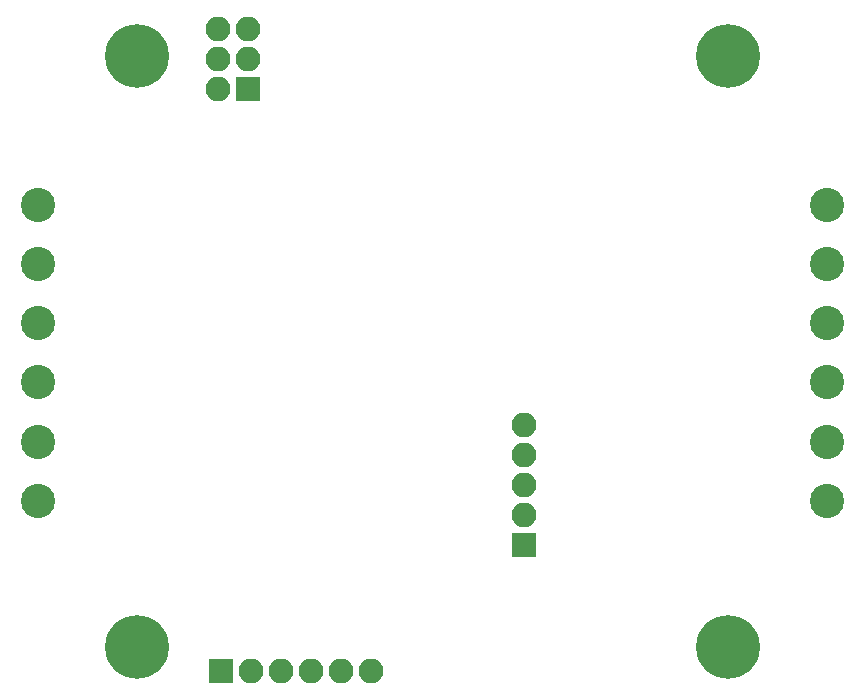
<source format=gbs>
G04 #@! TF.FileFunction,Soldermask,Bot*
%FSLAX46Y46*%
G04 Gerber Fmt 4.6, Leading zero omitted, Abs format (unit mm)*
G04 Created by KiCad (PCBNEW 4.0.5) date Wednesday, 08 March 2017 'PMt' 22:20:01*
%MOMM*%
%LPD*%
G01*
G04 APERTURE LIST*
%ADD10C,0.100000*%
%ADD11C,5.400000*%
%ADD12R,2.100000X2.100000*%
%ADD13O,2.100000X2.100000*%
%ADD14C,2.900000*%
G04 APERTURE END LIST*
D10*
D11*
X222000000Y-47000000D03*
X172000000Y-97000000D03*
X172000000Y-47000000D03*
X222000000Y-97000000D03*
D12*
X181356000Y-49784000D03*
D13*
X178816000Y-49784000D03*
X181356000Y-47244000D03*
X178816000Y-47244000D03*
X181356000Y-44704000D03*
X178816000Y-44704000D03*
D12*
X179070000Y-99060000D03*
D13*
X181610000Y-99060000D03*
X184150000Y-99060000D03*
X186690000Y-99060000D03*
X189230000Y-99060000D03*
X191770000Y-99060000D03*
D14*
X163576000Y-84636000D03*
X163576000Y-79636000D03*
X163576000Y-74636000D03*
X163576000Y-69636000D03*
X163576000Y-59636000D03*
X163576000Y-64636000D03*
X230378000Y-59636000D03*
X230378000Y-64636000D03*
X230378000Y-69636000D03*
X230378000Y-74636000D03*
X230378000Y-84636000D03*
X230378000Y-79636000D03*
D12*
X204724000Y-88392000D03*
D13*
X204724000Y-85852000D03*
X204724000Y-83312000D03*
X204724000Y-80772000D03*
X204724000Y-78232000D03*
M02*

</source>
